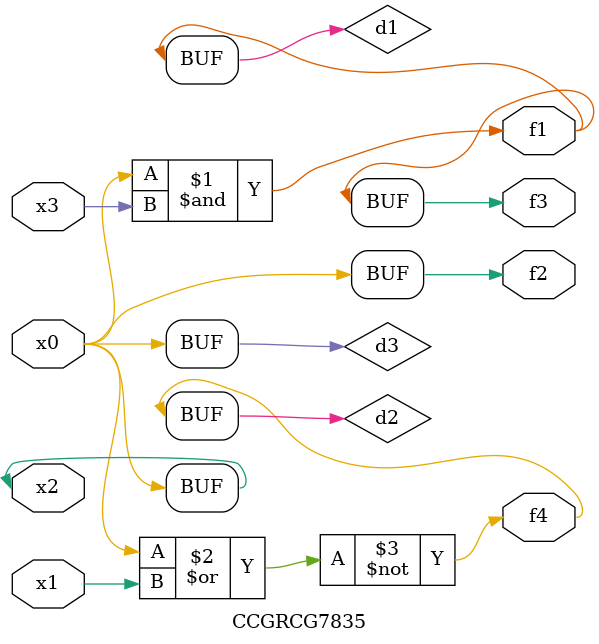
<source format=v>
module CCGRCG7835(
	input x0, x1, x2, x3,
	output f1, f2, f3, f4
);

	wire d1, d2, d3;

	and (d1, x2, x3);
	nor (d2, x0, x1);
	buf (d3, x0, x2);
	assign f1 = d1;
	assign f2 = d3;
	assign f3 = d1;
	assign f4 = d2;
endmodule

</source>
